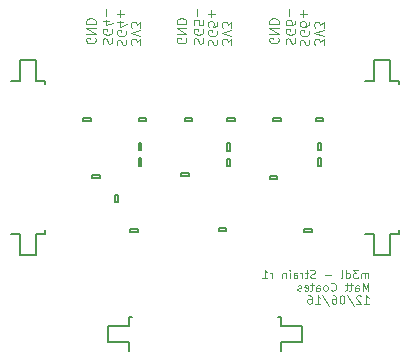
<source format=gbo>
G04 #@! TF.FileFunction,Legend,Bot*
%FSLAX46Y46*%
G04 Gerber Fmt 4.6, Leading zero omitted, Abs format (unit mm)*
G04 Created by KiCad (PCBNEW 4.0.2+e4-6225~38~ubuntu14.04.1-stable) date Tue 14 Jun 2016 22:49:22 BST*
%MOMM*%
G01*
G04 APERTURE LIST*
%ADD10C,0.100000*%
%ADD11C,0.120000*%
%ADD12C,0.150000*%
%ADD13R,0.800000X0.800000*%
%ADD14O,0.800000X0.800000*%
%ADD15R,2.220000X0.740000*%
%ADD16C,1.200000*%
%ADD17R,0.740000X2.220000*%
%ADD18R,0.900000X0.750000*%
%ADD19R,0.750000X0.900000*%
%ADD20R,0.950000X1.000000*%
%ADD21R,0.620000X0.620000*%
G04 APERTURE END LIST*
D10*
X113833333Y-110236667D02*
X113833333Y-109770000D01*
X113833333Y-109836667D02*
X113800000Y-109803333D01*
X113733333Y-109770000D01*
X113633333Y-109770000D01*
X113566667Y-109803333D01*
X113533333Y-109870000D01*
X113533333Y-110236667D01*
X113533333Y-109870000D02*
X113500000Y-109803333D01*
X113433333Y-109770000D01*
X113333333Y-109770000D01*
X113266667Y-109803333D01*
X113233333Y-109870000D01*
X113233333Y-110236667D01*
X112966667Y-109536667D02*
X112533334Y-109536667D01*
X112766667Y-109803333D01*
X112666667Y-109803333D01*
X112600000Y-109836667D01*
X112566667Y-109870000D01*
X112533334Y-109936667D01*
X112533334Y-110103333D01*
X112566667Y-110170000D01*
X112600000Y-110203333D01*
X112666667Y-110236667D01*
X112866667Y-110236667D01*
X112933334Y-110203333D01*
X112966667Y-110170000D01*
X111933333Y-110236667D02*
X111933333Y-109536667D01*
X111933333Y-110203333D02*
X112000000Y-110236667D01*
X112133333Y-110236667D01*
X112200000Y-110203333D01*
X112233333Y-110170000D01*
X112266667Y-110103333D01*
X112266667Y-109903333D01*
X112233333Y-109836667D01*
X112200000Y-109803333D01*
X112133333Y-109770000D01*
X112000000Y-109770000D01*
X111933333Y-109803333D01*
X111500000Y-110236667D02*
X111566667Y-110203333D01*
X111600000Y-110136667D01*
X111600000Y-109536667D01*
X110700000Y-109970000D02*
X110166667Y-109970000D01*
X109333334Y-110203333D02*
X109233334Y-110236667D01*
X109066667Y-110236667D01*
X109000000Y-110203333D01*
X108966667Y-110170000D01*
X108933334Y-110103333D01*
X108933334Y-110036667D01*
X108966667Y-109970000D01*
X109000000Y-109936667D01*
X109066667Y-109903333D01*
X109200000Y-109870000D01*
X109266667Y-109836667D01*
X109300000Y-109803333D01*
X109333334Y-109736667D01*
X109333334Y-109670000D01*
X109300000Y-109603333D01*
X109266667Y-109570000D01*
X109200000Y-109536667D01*
X109033334Y-109536667D01*
X108933334Y-109570000D01*
X108733333Y-109770000D02*
X108466667Y-109770000D01*
X108633333Y-109536667D02*
X108633333Y-110136667D01*
X108600000Y-110203333D01*
X108533333Y-110236667D01*
X108466667Y-110236667D01*
X108233333Y-110236667D02*
X108233333Y-109770000D01*
X108233333Y-109903333D02*
X108200000Y-109836667D01*
X108166667Y-109803333D01*
X108100000Y-109770000D01*
X108033333Y-109770000D01*
X107500000Y-110236667D02*
X107500000Y-109870000D01*
X107533334Y-109803333D01*
X107600000Y-109770000D01*
X107733334Y-109770000D01*
X107800000Y-109803333D01*
X107500000Y-110203333D02*
X107566667Y-110236667D01*
X107733334Y-110236667D01*
X107800000Y-110203333D01*
X107833334Y-110136667D01*
X107833334Y-110070000D01*
X107800000Y-110003333D01*
X107733334Y-109970000D01*
X107566667Y-109970000D01*
X107500000Y-109936667D01*
X107166667Y-110236667D02*
X107166667Y-109770000D01*
X107166667Y-109536667D02*
X107200001Y-109570000D01*
X107166667Y-109603333D01*
X107133334Y-109570000D01*
X107166667Y-109536667D01*
X107166667Y-109603333D01*
X106833334Y-109770000D02*
X106833334Y-110236667D01*
X106833334Y-109836667D02*
X106800001Y-109803333D01*
X106733334Y-109770000D01*
X106633334Y-109770000D01*
X106566668Y-109803333D01*
X106533334Y-109870000D01*
X106533334Y-110236667D01*
X105666668Y-110236667D02*
X105666668Y-109770000D01*
X105666668Y-109903333D02*
X105633335Y-109836667D01*
X105600002Y-109803333D01*
X105533335Y-109770000D01*
X105466668Y-109770000D01*
X104866669Y-110236667D02*
X105266669Y-110236667D01*
X105066669Y-110236667D02*
X105066669Y-109536667D01*
X105133335Y-109636667D01*
X105200002Y-109703333D01*
X105266669Y-109736667D01*
X113833333Y-111316667D02*
X113833333Y-110616667D01*
X113600000Y-111116667D01*
X113366667Y-110616667D01*
X113366667Y-111316667D01*
X112733333Y-111316667D02*
X112733333Y-110950000D01*
X112766667Y-110883333D01*
X112833333Y-110850000D01*
X112966667Y-110850000D01*
X113033333Y-110883333D01*
X112733333Y-111283333D02*
X112800000Y-111316667D01*
X112966667Y-111316667D01*
X113033333Y-111283333D01*
X113066667Y-111216667D01*
X113066667Y-111150000D01*
X113033333Y-111083333D01*
X112966667Y-111050000D01*
X112800000Y-111050000D01*
X112733333Y-111016667D01*
X112500000Y-110850000D02*
X112233334Y-110850000D01*
X112400000Y-110616667D02*
X112400000Y-111216667D01*
X112366667Y-111283333D01*
X112300000Y-111316667D01*
X112233334Y-111316667D01*
X112100000Y-110850000D02*
X111833334Y-110850000D01*
X112000000Y-110616667D02*
X112000000Y-111216667D01*
X111966667Y-111283333D01*
X111900000Y-111316667D01*
X111833334Y-111316667D01*
X110666667Y-111250000D02*
X110700001Y-111283333D01*
X110800001Y-111316667D01*
X110866667Y-111316667D01*
X110966667Y-111283333D01*
X111033334Y-111216667D01*
X111066667Y-111150000D01*
X111100001Y-111016667D01*
X111100001Y-110916667D01*
X111066667Y-110783333D01*
X111033334Y-110716667D01*
X110966667Y-110650000D01*
X110866667Y-110616667D01*
X110800001Y-110616667D01*
X110700001Y-110650000D01*
X110666667Y-110683333D01*
X110266667Y-111316667D02*
X110333334Y-111283333D01*
X110366667Y-111250000D01*
X110400001Y-111183333D01*
X110400001Y-110983333D01*
X110366667Y-110916667D01*
X110333334Y-110883333D01*
X110266667Y-110850000D01*
X110166667Y-110850000D01*
X110100001Y-110883333D01*
X110066667Y-110916667D01*
X110033334Y-110983333D01*
X110033334Y-111183333D01*
X110066667Y-111250000D01*
X110100001Y-111283333D01*
X110166667Y-111316667D01*
X110266667Y-111316667D01*
X109433334Y-111316667D02*
X109433334Y-110950000D01*
X109466668Y-110883333D01*
X109533334Y-110850000D01*
X109666668Y-110850000D01*
X109733334Y-110883333D01*
X109433334Y-111283333D02*
X109500001Y-111316667D01*
X109666668Y-111316667D01*
X109733334Y-111283333D01*
X109766668Y-111216667D01*
X109766668Y-111150000D01*
X109733334Y-111083333D01*
X109666668Y-111050000D01*
X109500001Y-111050000D01*
X109433334Y-111016667D01*
X109200001Y-110850000D02*
X108933335Y-110850000D01*
X109100001Y-110616667D02*
X109100001Y-111216667D01*
X109066668Y-111283333D01*
X109000001Y-111316667D01*
X108933335Y-111316667D01*
X108433335Y-111283333D02*
X108500001Y-111316667D01*
X108633335Y-111316667D01*
X108700001Y-111283333D01*
X108733335Y-111216667D01*
X108733335Y-110950000D01*
X108700001Y-110883333D01*
X108633335Y-110850000D01*
X108500001Y-110850000D01*
X108433335Y-110883333D01*
X108400001Y-110950000D01*
X108400001Y-111016667D01*
X108733335Y-111083333D01*
X108133335Y-111283333D02*
X108066668Y-111316667D01*
X107933335Y-111316667D01*
X107866668Y-111283333D01*
X107833335Y-111216667D01*
X107833335Y-111183333D01*
X107866668Y-111116667D01*
X107933335Y-111083333D01*
X108033335Y-111083333D01*
X108100001Y-111050000D01*
X108133335Y-110983333D01*
X108133335Y-110950000D01*
X108100001Y-110883333D01*
X108033335Y-110850000D01*
X107933335Y-110850000D01*
X107866668Y-110883333D01*
X113466667Y-112396667D02*
X113866667Y-112396667D01*
X113666667Y-112396667D02*
X113666667Y-111696667D01*
X113733333Y-111796667D01*
X113800000Y-111863333D01*
X113866667Y-111896667D01*
X113200000Y-111763333D02*
X113166666Y-111730000D01*
X113100000Y-111696667D01*
X112933333Y-111696667D01*
X112866666Y-111730000D01*
X112833333Y-111763333D01*
X112800000Y-111830000D01*
X112800000Y-111896667D01*
X112833333Y-111996667D01*
X113233333Y-112396667D01*
X112800000Y-112396667D01*
X111999999Y-111663333D02*
X112599999Y-112563333D01*
X111633333Y-111696667D02*
X111566666Y-111696667D01*
X111500000Y-111730000D01*
X111466666Y-111763333D01*
X111433333Y-111830000D01*
X111400000Y-111963333D01*
X111400000Y-112130000D01*
X111433333Y-112263333D01*
X111466666Y-112330000D01*
X111500000Y-112363333D01*
X111566666Y-112396667D01*
X111633333Y-112396667D01*
X111700000Y-112363333D01*
X111733333Y-112330000D01*
X111766666Y-112263333D01*
X111800000Y-112130000D01*
X111800000Y-111963333D01*
X111766666Y-111830000D01*
X111733333Y-111763333D01*
X111700000Y-111730000D01*
X111633333Y-111696667D01*
X110799999Y-111696667D02*
X110933333Y-111696667D01*
X110999999Y-111730000D01*
X111033333Y-111763333D01*
X111099999Y-111863333D01*
X111133333Y-111996667D01*
X111133333Y-112263333D01*
X111099999Y-112330000D01*
X111066666Y-112363333D01*
X110999999Y-112396667D01*
X110866666Y-112396667D01*
X110799999Y-112363333D01*
X110766666Y-112330000D01*
X110733333Y-112263333D01*
X110733333Y-112096667D01*
X110766666Y-112030000D01*
X110799999Y-111996667D01*
X110866666Y-111963333D01*
X110999999Y-111963333D01*
X111066666Y-111996667D01*
X111099999Y-112030000D01*
X111133333Y-112096667D01*
X109933332Y-111663333D02*
X110533332Y-112563333D01*
X109333333Y-112396667D02*
X109733333Y-112396667D01*
X109533333Y-112396667D02*
X109533333Y-111696667D01*
X109599999Y-111796667D01*
X109666666Y-111863333D01*
X109733333Y-111896667D01*
X108733332Y-111696667D02*
X108866666Y-111696667D01*
X108933332Y-111730000D01*
X108966666Y-111763333D01*
X109033332Y-111863333D01*
X109066666Y-111996667D01*
X109066666Y-112263333D01*
X109033332Y-112330000D01*
X108999999Y-112363333D01*
X108933332Y-112396667D01*
X108799999Y-112396667D01*
X108733332Y-112363333D01*
X108699999Y-112330000D01*
X108666666Y-112263333D01*
X108666666Y-112096667D01*
X108699999Y-112030000D01*
X108733332Y-111996667D01*
X108799999Y-111963333D01*
X108933332Y-111963333D01*
X108999999Y-111996667D01*
X109033332Y-112030000D01*
X109066666Y-112096667D01*
D11*
X110038095Y-90490476D02*
X110038095Y-89995238D01*
X109733333Y-90261905D01*
X109733333Y-90147619D01*
X109695238Y-90071429D01*
X109657143Y-90033333D01*
X109580952Y-89995238D01*
X109390476Y-89995238D01*
X109314286Y-90033333D01*
X109276190Y-90071429D01*
X109238095Y-90147619D01*
X109238095Y-90376191D01*
X109276190Y-90452381D01*
X109314286Y-90490476D01*
X110038095Y-89766667D02*
X109238095Y-89500000D01*
X110038095Y-89233333D01*
X110038095Y-89042857D02*
X110038095Y-88547619D01*
X109733333Y-88814286D01*
X109733333Y-88700000D01*
X109695238Y-88623810D01*
X109657143Y-88585714D01*
X109580952Y-88547619D01*
X109390476Y-88547619D01*
X109314286Y-88585714D01*
X109276190Y-88623810D01*
X109238095Y-88700000D01*
X109238095Y-88928572D01*
X109276190Y-89004762D01*
X109314286Y-89042857D01*
X108076190Y-90504762D02*
X108038095Y-90390476D01*
X108038095Y-90200000D01*
X108076190Y-90123810D01*
X108114286Y-90085714D01*
X108190476Y-90047619D01*
X108266667Y-90047619D01*
X108342857Y-90085714D01*
X108380952Y-90123810D01*
X108419048Y-90200000D01*
X108457143Y-90352381D01*
X108495238Y-90428572D01*
X108533333Y-90466667D01*
X108609524Y-90504762D01*
X108685714Y-90504762D01*
X108761905Y-90466667D01*
X108800000Y-90428572D01*
X108838095Y-90352381D01*
X108838095Y-90161905D01*
X108800000Y-90047619D01*
X108800000Y-89285714D02*
X108838095Y-89361905D01*
X108838095Y-89476190D01*
X108800000Y-89590476D01*
X108723810Y-89666667D01*
X108647619Y-89704762D01*
X108495238Y-89742857D01*
X108380952Y-89742857D01*
X108228571Y-89704762D01*
X108152381Y-89666667D01*
X108076190Y-89590476D01*
X108038095Y-89476190D01*
X108038095Y-89400000D01*
X108076190Y-89285714D01*
X108114286Y-89247619D01*
X108380952Y-89247619D01*
X108380952Y-89400000D01*
X108838095Y-88561905D02*
X108838095Y-88714286D01*
X108800000Y-88790476D01*
X108761905Y-88828571D01*
X108647619Y-88904762D01*
X108495238Y-88942857D01*
X108190476Y-88942857D01*
X108114286Y-88904762D01*
X108076190Y-88866667D01*
X108038095Y-88790476D01*
X108038095Y-88638095D01*
X108076190Y-88561905D01*
X108114286Y-88523809D01*
X108190476Y-88485714D01*
X108380952Y-88485714D01*
X108457143Y-88523809D01*
X108495238Y-88561905D01*
X108533333Y-88638095D01*
X108533333Y-88790476D01*
X108495238Y-88866667D01*
X108457143Y-88904762D01*
X108380952Y-88942857D01*
X108342857Y-88142857D02*
X108342857Y-87533333D01*
X108038095Y-87838095D02*
X108647619Y-87838095D01*
X106876190Y-90404762D02*
X106838095Y-90290476D01*
X106838095Y-90100000D01*
X106876190Y-90023810D01*
X106914286Y-89985714D01*
X106990476Y-89947619D01*
X107066667Y-89947619D01*
X107142857Y-89985714D01*
X107180952Y-90023810D01*
X107219048Y-90100000D01*
X107257143Y-90252381D01*
X107295238Y-90328572D01*
X107333333Y-90366667D01*
X107409524Y-90404762D01*
X107485714Y-90404762D01*
X107561905Y-90366667D01*
X107600000Y-90328572D01*
X107638095Y-90252381D01*
X107638095Y-90061905D01*
X107600000Y-89947619D01*
X107600000Y-89185714D02*
X107638095Y-89261905D01*
X107638095Y-89376190D01*
X107600000Y-89490476D01*
X107523810Y-89566667D01*
X107447619Y-89604762D01*
X107295238Y-89642857D01*
X107180952Y-89642857D01*
X107028571Y-89604762D01*
X106952381Y-89566667D01*
X106876190Y-89490476D01*
X106838095Y-89376190D01*
X106838095Y-89300000D01*
X106876190Y-89185714D01*
X106914286Y-89147619D01*
X107180952Y-89147619D01*
X107180952Y-89300000D01*
X107638095Y-88461905D02*
X107638095Y-88614286D01*
X107600000Y-88690476D01*
X107561905Y-88728571D01*
X107447619Y-88804762D01*
X107295238Y-88842857D01*
X106990476Y-88842857D01*
X106914286Y-88804762D01*
X106876190Y-88766667D01*
X106838095Y-88690476D01*
X106838095Y-88538095D01*
X106876190Y-88461905D01*
X106914286Y-88423809D01*
X106990476Y-88385714D01*
X107180952Y-88385714D01*
X107257143Y-88423809D01*
X107295238Y-88461905D01*
X107333333Y-88538095D01*
X107333333Y-88690476D01*
X107295238Y-88766667D01*
X107257143Y-88804762D01*
X107180952Y-88842857D01*
X107142857Y-88042857D02*
X107142857Y-87433333D01*
X106200000Y-89909523D02*
X106238095Y-89985714D01*
X106238095Y-90099999D01*
X106200000Y-90214285D01*
X106123810Y-90290476D01*
X106047619Y-90328571D01*
X105895238Y-90366666D01*
X105780952Y-90366666D01*
X105628571Y-90328571D01*
X105552381Y-90290476D01*
X105476190Y-90214285D01*
X105438095Y-90099999D01*
X105438095Y-90023809D01*
X105476190Y-89909523D01*
X105514286Y-89871428D01*
X105780952Y-89871428D01*
X105780952Y-90023809D01*
X105438095Y-89528571D02*
X106238095Y-89528571D01*
X105438095Y-89071428D01*
X106238095Y-89071428D01*
X105438095Y-88690476D02*
X106238095Y-88690476D01*
X106238095Y-88500000D01*
X106200000Y-88385714D01*
X106123810Y-88309523D01*
X106047619Y-88271428D01*
X105895238Y-88233333D01*
X105780952Y-88233333D01*
X105628571Y-88271428D01*
X105552381Y-88309523D01*
X105476190Y-88385714D01*
X105438095Y-88500000D01*
X105438095Y-88690476D01*
X98400000Y-89909523D02*
X98438095Y-89985714D01*
X98438095Y-90099999D01*
X98400000Y-90214285D01*
X98323810Y-90290476D01*
X98247619Y-90328571D01*
X98095238Y-90366666D01*
X97980952Y-90366666D01*
X97828571Y-90328571D01*
X97752381Y-90290476D01*
X97676190Y-90214285D01*
X97638095Y-90099999D01*
X97638095Y-90023809D01*
X97676190Y-89909523D01*
X97714286Y-89871428D01*
X97980952Y-89871428D01*
X97980952Y-90023809D01*
X97638095Y-89528571D02*
X98438095Y-89528571D01*
X97638095Y-89071428D01*
X98438095Y-89071428D01*
X97638095Y-88690476D02*
X98438095Y-88690476D01*
X98438095Y-88500000D01*
X98400000Y-88385714D01*
X98323810Y-88309523D01*
X98247619Y-88271428D01*
X98095238Y-88233333D01*
X97980952Y-88233333D01*
X97828571Y-88271428D01*
X97752381Y-88309523D01*
X97676190Y-88385714D01*
X97638095Y-88500000D01*
X97638095Y-88690476D01*
X102238095Y-90490476D02*
X102238095Y-89995238D01*
X101933333Y-90261905D01*
X101933333Y-90147619D01*
X101895238Y-90071429D01*
X101857143Y-90033333D01*
X101780952Y-89995238D01*
X101590476Y-89995238D01*
X101514286Y-90033333D01*
X101476190Y-90071429D01*
X101438095Y-90147619D01*
X101438095Y-90376191D01*
X101476190Y-90452381D01*
X101514286Y-90490476D01*
X102238095Y-89766667D02*
X101438095Y-89500000D01*
X102238095Y-89233333D01*
X102238095Y-89042857D02*
X102238095Y-88547619D01*
X101933333Y-88814286D01*
X101933333Y-88700000D01*
X101895238Y-88623810D01*
X101857143Y-88585714D01*
X101780952Y-88547619D01*
X101590476Y-88547619D01*
X101514286Y-88585714D01*
X101476190Y-88623810D01*
X101438095Y-88700000D01*
X101438095Y-88928572D01*
X101476190Y-89004762D01*
X101514286Y-89042857D01*
X99076190Y-90404762D02*
X99038095Y-90290476D01*
X99038095Y-90100000D01*
X99076190Y-90023810D01*
X99114286Y-89985714D01*
X99190476Y-89947619D01*
X99266667Y-89947619D01*
X99342857Y-89985714D01*
X99380952Y-90023810D01*
X99419048Y-90100000D01*
X99457143Y-90252381D01*
X99495238Y-90328572D01*
X99533333Y-90366667D01*
X99609524Y-90404762D01*
X99685714Y-90404762D01*
X99761905Y-90366667D01*
X99800000Y-90328572D01*
X99838095Y-90252381D01*
X99838095Y-90061905D01*
X99800000Y-89947619D01*
X99800000Y-89185714D02*
X99838095Y-89261905D01*
X99838095Y-89376190D01*
X99800000Y-89490476D01*
X99723810Y-89566667D01*
X99647619Y-89604762D01*
X99495238Y-89642857D01*
X99380952Y-89642857D01*
X99228571Y-89604762D01*
X99152381Y-89566667D01*
X99076190Y-89490476D01*
X99038095Y-89376190D01*
X99038095Y-89300000D01*
X99076190Y-89185714D01*
X99114286Y-89147619D01*
X99380952Y-89147619D01*
X99380952Y-89300000D01*
X99838095Y-88423809D02*
X99838095Y-88804762D01*
X99457143Y-88842857D01*
X99495238Y-88804762D01*
X99533333Y-88728571D01*
X99533333Y-88538095D01*
X99495238Y-88461905D01*
X99457143Y-88423809D01*
X99380952Y-88385714D01*
X99190476Y-88385714D01*
X99114286Y-88423809D01*
X99076190Y-88461905D01*
X99038095Y-88538095D01*
X99038095Y-88728571D01*
X99076190Y-88804762D01*
X99114286Y-88842857D01*
X99342857Y-88042857D02*
X99342857Y-87433333D01*
X100276190Y-90504762D02*
X100238095Y-90390476D01*
X100238095Y-90200000D01*
X100276190Y-90123810D01*
X100314286Y-90085714D01*
X100390476Y-90047619D01*
X100466667Y-90047619D01*
X100542857Y-90085714D01*
X100580952Y-90123810D01*
X100619048Y-90200000D01*
X100657143Y-90352381D01*
X100695238Y-90428572D01*
X100733333Y-90466667D01*
X100809524Y-90504762D01*
X100885714Y-90504762D01*
X100961905Y-90466667D01*
X101000000Y-90428572D01*
X101038095Y-90352381D01*
X101038095Y-90161905D01*
X101000000Y-90047619D01*
X101000000Y-89285714D02*
X101038095Y-89361905D01*
X101038095Y-89476190D01*
X101000000Y-89590476D01*
X100923810Y-89666667D01*
X100847619Y-89704762D01*
X100695238Y-89742857D01*
X100580952Y-89742857D01*
X100428571Y-89704762D01*
X100352381Y-89666667D01*
X100276190Y-89590476D01*
X100238095Y-89476190D01*
X100238095Y-89400000D01*
X100276190Y-89285714D01*
X100314286Y-89247619D01*
X100580952Y-89247619D01*
X100580952Y-89400000D01*
X101038095Y-88523809D02*
X101038095Y-88904762D01*
X100657143Y-88942857D01*
X100695238Y-88904762D01*
X100733333Y-88828571D01*
X100733333Y-88638095D01*
X100695238Y-88561905D01*
X100657143Y-88523809D01*
X100580952Y-88485714D01*
X100390476Y-88485714D01*
X100314286Y-88523809D01*
X100276190Y-88561905D01*
X100238095Y-88638095D01*
X100238095Y-88828571D01*
X100276190Y-88904762D01*
X100314286Y-88942857D01*
X100542857Y-88142857D02*
X100542857Y-87533333D01*
X100238095Y-87838095D02*
X100847619Y-87838095D01*
X90700000Y-89909523D02*
X90738095Y-89985714D01*
X90738095Y-90099999D01*
X90700000Y-90214285D01*
X90623810Y-90290476D01*
X90547619Y-90328571D01*
X90395238Y-90366666D01*
X90280952Y-90366666D01*
X90128571Y-90328571D01*
X90052381Y-90290476D01*
X89976190Y-90214285D01*
X89938095Y-90099999D01*
X89938095Y-90023809D01*
X89976190Y-89909523D01*
X90014286Y-89871428D01*
X90280952Y-89871428D01*
X90280952Y-90023809D01*
X89938095Y-89528571D02*
X90738095Y-89528571D01*
X89938095Y-89071428D01*
X90738095Y-89071428D01*
X89938095Y-88690476D02*
X90738095Y-88690476D01*
X90738095Y-88500000D01*
X90700000Y-88385714D01*
X90623810Y-88309523D01*
X90547619Y-88271428D01*
X90395238Y-88233333D01*
X90280952Y-88233333D01*
X90128571Y-88271428D01*
X90052381Y-88309523D01*
X89976190Y-88385714D01*
X89938095Y-88500000D01*
X89938095Y-88690476D01*
X91376190Y-90404762D02*
X91338095Y-90290476D01*
X91338095Y-90100000D01*
X91376190Y-90023810D01*
X91414286Y-89985714D01*
X91490476Y-89947619D01*
X91566667Y-89947619D01*
X91642857Y-89985714D01*
X91680952Y-90023810D01*
X91719048Y-90100000D01*
X91757143Y-90252381D01*
X91795238Y-90328572D01*
X91833333Y-90366667D01*
X91909524Y-90404762D01*
X91985714Y-90404762D01*
X92061905Y-90366667D01*
X92100000Y-90328572D01*
X92138095Y-90252381D01*
X92138095Y-90061905D01*
X92100000Y-89947619D01*
X92100000Y-89185714D02*
X92138095Y-89261905D01*
X92138095Y-89376190D01*
X92100000Y-89490476D01*
X92023810Y-89566667D01*
X91947619Y-89604762D01*
X91795238Y-89642857D01*
X91680952Y-89642857D01*
X91528571Y-89604762D01*
X91452381Y-89566667D01*
X91376190Y-89490476D01*
X91338095Y-89376190D01*
X91338095Y-89300000D01*
X91376190Y-89185714D01*
X91414286Y-89147619D01*
X91680952Y-89147619D01*
X91680952Y-89300000D01*
X91871429Y-88461905D02*
X91338095Y-88461905D01*
X92176190Y-88652381D02*
X91604762Y-88842857D01*
X91604762Y-88347619D01*
X91642857Y-88042857D02*
X91642857Y-87433333D01*
X92576190Y-90504762D02*
X92538095Y-90390476D01*
X92538095Y-90200000D01*
X92576190Y-90123810D01*
X92614286Y-90085714D01*
X92690476Y-90047619D01*
X92766667Y-90047619D01*
X92842857Y-90085714D01*
X92880952Y-90123810D01*
X92919048Y-90200000D01*
X92957143Y-90352381D01*
X92995238Y-90428572D01*
X93033333Y-90466667D01*
X93109524Y-90504762D01*
X93185714Y-90504762D01*
X93261905Y-90466667D01*
X93300000Y-90428572D01*
X93338095Y-90352381D01*
X93338095Y-90161905D01*
X93300000Y-90047619D01*
X93300000Y-89285714D02*
X93338095Y-89361905D01*
X93338095Y-89476190D01*
X93300000Y-89590476D01*
X93223810Y-89666667D01*
X93147619Y-89704762D01*
X92995238Y-89742857D01*
X92880952Y-89742857D01*
X92728571Y-89704762D01*
X92652381Y-89666667D01*
X92576190Y-89590476D01*
X92538095Y-89476190D01*
X92538095Y-89400000D01*
X92576190Y-89285714D01*
X92614286Y-89247619D01*
X92880952Y-89247619D01*
X92880952Y-89400000D01*
X93071429Y-88561905D02*
X92538095Y-88561905D01*
X93376190Y-88752381D02*
X92804762Y-88942857D01*
X92804762Y-88447619D01*
X92842857Y-88142857D02*
X92842857Y-87533333D01*
X92538095Y-87838095D02*
X93147619Y-87838095D01*
X94538095Y-90490476D02*
X94538095Y-89995238D01*
X94233333Y-90261905D01*
X94233333Y-90147619D01*
X94195238Y-90071429D01*
X94157143Y-90033333D01*
X94080952Y-89995238D01*
X93890476Y-89995238D01*
X93814286Y-90033333D01*
X93776190Y-90071429D01*
X93738095Y-90147619D01*
X93738095Y-90376191D01*
X93776190Y-90452381D01*
X93814286Y-90490476D01*
X94538095Y-89766667D02*
X93738095Y-89500000D01*
X94538095Y-89233333D01*
X94538095Y-89042857D02*
X94538095Y-88547619D01*
X94233333Y-88814286D01*
X94233333Y-88700000D01*
X94195238Y-88623810D01*
X94157143Y-88585714D01*
X94080952Y-88547619D01*
X93890476Y-88547619D01*
X93814286Y-88585714D01*
X93776190Y-88623810D01*
X93738095Y-88700000D01*
X93738095Y-88928572D01*
X93776190Y-89004762D01*
X93814286Y-89042857D01*
D12*
X83550000Y-106465000D02*
X84315000Y-106465000D01*
X84315000Y-106465000D02*
X84315000Y-108245000D01*
X84315000Y-108245000D02*
X85685000Y-108245000D01*
X85685000Y-108245000D02*
X85685000Y-106465000D01*
X85685000Y-106465000D02*
X86450000Y-106465000D01*
X86450000Y-106465000D02*
X86450000Y-106165000D01*
X86450000Y-93835000D02*
X86450000Y-93535000D01*
X86450000Y-93535000D02*
X85685000Y-93535000D01*
X85685000Y-93535000D02*
X85685000Y-91755000D01*
X85685000Y-91755000D02*
X84315000Y-91755000D01*
X84315000Y-91755000D02*
X84315000Y-93535000D01*
X84315000Y-93535000D02*
X83550000Y-93535000D01*
X113550000Y-106465000D02*
X114315000Y-106465000D01*
X114315000Y-106465000D02*
X114315000Y-108245000D01*
X114315000Y-108245000D02*
X115685000Y-108245000D01*
X115685000Y-108245000D02*
X115685000Y-106465000D01*
X115685000Y-106465000D02*
X116450000Y-106465000D01*
X116450000Y-106465000D02*
X116450000Y-106165000D01*
X116450000Y-93835000D02*
X116450000Y-93535000D01*
X116450000Y-93535000D02*
X115685000Y-93535000D01*
X115685000Y-93535000D02*
X115685000Y-91755000D01*
X115685000Y-91755000D02*
X114315000Y-91755000D01*
X114315000Y-91755000D02*
X114315000Y-93535000D01*
X114315000Y-93535000D02*
X113550000Y-93535000D01*
X106465000Y-116450000D02*
X106465000Y-115685000D01*
X106465000Y-115685000D02*
X108245000Y-115685000D01*
X108245000Y-115685000D02*
X108245000Y-114315000D01*
X108245000Y-114315000D02*
X106465000Y-114315000D01*
X106465000Y-114315000D02*
X106465000Y-113550000D01*
X106465000Y-113550000D02*
X106165000Y-113550000D01*
X93835000Y-113550000D02*
X93535000Y-113550000D01*
X93535000Y-113550000D02*
X93535000Y-114315000D01*
X93535000Y-114315000D02*
X91755000Y-114315000D01*
X91755000Y-114315000D02*
X91755000Y-115685000D01*
X91755000Y-115685000D02*
X93535000Y-115685000D01*
X93535000Y-115685000D02*
X93535000Y-116450000D01*
X101875000Y-96675000D02*
X101875000Y-96925000D01*
X101875000Y-96925000D02*
X102525000Y-96925000D01*
X102525000Y-96925000D02*
X102525000Y-96675000D01*
X102525000Y-96675000D02*
X101875000Y-96675000D01*
X94375000Y-96675000D02*
X94375000Y-96925000D01*
X94375000Y-96925000D02*
X95025000Y-96925000D01*
X95025000Y-96925000D02*
X95025000Y-96675000D01*
X95025000Y-96675000D02*
X94375000Y-96675000D01*
X109375000Y-96675000D02*
X109375000Y-96925000D01*
X109375000Y-96925000D02*
X110025000Y-96925000D01*
X110025000Y-96925000D02*
X110025000Y-96675000D01*
X110025000Y-96675000D02*
X109375000Y-96675000D01*
X94375000Y-100725000D02*
X94625000Y-100725000D01*
X94625000Y-100725000D02*
X94625000Y-100075000D01*
X94625000Y-100075000D02*
X94375000Y-100075000D01*
X94375000Y-100075000D02*
X94375000Y-100725000D01*
X90325000Y-96925000D02*
X90325000Y-96675000D01*
X90325000Y-96675000D02*
X89675000Y-96675000D01*
X89675000Y-96675000D02*
X89675000Y-96925000D01*
X89675000Y-96925000D02*
X90325000Y-96925000D01*
X98925000Y-96925000D02*
X98925000Y-96675000D01*
X98925000Y-96675000D02*
X98275000Y-96675000D01*
X98275000Y-96675000D02*
X98275000Y-96925000D01*
X98275000Y-96925000D02*
X98925000Y-96925000D01*
X97975000Y-101375000D02*
X97975000Y-101625000D01*
X97975000Y-101625000D02*
X98625000Y-101625000D01*
X98625000Y-101625000D02*
X98625000Y-101375000D01*
X98625000Y-101375000D02*
X97975000Y-101375000D01*
X109575000Y-100725000D02*
X109825000Y-100725000D01*
X109825000Y-100725000D02*
X109825000Y-100075000D01*
X109825000Y-100075000D02*
X109575000Y-100075000D01*
X109575000Y-100075000D02*
X109575000Y-100725000D01*
X90475000Y-101475000D02*
X90475000Y-101725000D01*
X90475000Y-101725000D02*
X91125000Y-101725000D01*
X91125000Y-101725000D02*
X91125000Y-101475000D01*
X91125000Y-101475000D02*
X90475000Y-101475000D01*
X101175000Y-105975000D02*
X101175000Y-106225000D01*
X101175000Y-106225000D02*
X101825000Y-106225000D01*
X101825000Y-106225000D02*
X101825000Y-105975000D01*
X101825000Y-105975000D02*
X101175000Y-105975000D01*
X105475000Y-101575000D02*
X105475000Y-101825000D01*
X105475000Y-101825000D02*
X106125000Y-101825000D01*
X106125000Y-101825000D02*
X106125000Y-101575000D01*
X106125000Y-101575000D02*
X105475000Y-101575000D01*
X101875000Y-100775000D02*
X102125000Y-100775000D01*
X102125000Y-100775000D02*
X102125000Y-100125000D01*
X102125000Y-100125000D02*
X101875000Y-100125000D01*
X101875000Y-100125000D02*
X101875000Y-100775000D01*
X92375000Y-103825000D02*
X92625000Y-103825000D01*
X92625000Y-103825000D02*
X92625000Y-103175000D01*
X92625000Y-103175000D02*
X92375000Y-103175000D01*
X92375000Y-103175000D02*
X92375000Y-103825000D01*
X106425000Y-96925000D02*
X106425000Y-96675000D01*
X106425000Y-96675000D02*
X105775000Y-96675000D01*
X105775000Y-96675000D02*
X105775000Y-96925000D01*
X105775000Y-96925000D02*
X106425000Y-96925000D01*
X108375000Y-106075000D02*
X108375000Y-106325000D01*
X108375000Y-106325000D02*
X109025000Y-106325000D01*
X109025000Y-106325000D02*
X109025000Y-106075000D01*
X109025000Y-106075000D02*
X108375000Y-106075000D01*
X93675000Y-106075000D02*
X93675000Y-106325000D01*
X93675000Y-106325000D02*
X94325000Y-106325000D01*
X94325000Y-106325000D02*
X94325000Y-106075000D01*
X94325000Y-106075000D02*
X93675000Y-106075000D01*
X94625000Y-98775000D02*
X94375000Y-98775000D01*
X94375000Y-98775000D02*
X94375000Y-99425000D01*
X94375000Y-99425000D02*
X94625000Y-99425000D01*
X94625000Y-99425000D02*
X94625000Y-98775000D01*
X109824999Y-98775000D02*
X109574999Y-98775000D01*
X109574999Y-98775000D02*
X109574999Y-99425000D01*
X109574999Y-99425000D02*
X109824999Y-99425000D01*
X109824999Y-99425000D02*
X109824999Y-98775000D01*
X102125000Y-98825000D02*
X101875000Y-98825000D01*
X101875000Y-98825000D02*
X101875000Y-99475000D01*
X101875000Y-99475000D02*
X102125000Y-99475000D01*
X102125000Y-99475000D02*
X102125000Y-98825000D01*
%LPC*%
D13*
X109625000Y-91500000D03*
D14*
X108375000Y-91500000D03*
X107125000Y-91500000D03*
X105875000Y-91500000D03*
D13*
X101875000Y-91500000D03*
D14*
X100625000Y-91500000D03*
X99375000Y-91500000D03*
X98125000Y-91500000D03*
D13*
X94125000Y-91500000D03*
D14*
X92875000Y-91500000D03*
X91625000Y-91500000D03*
X90375000Y-91500000D03*
D15*
X83635000Y-94285000D03*
X86365000Y-94285000D03*
X83635000Y-95555000D03*
X86365000Y-95555000D03*
X83635000Y-96825000D03*
X86365000Y-96825000D03*
X83635000Y-98095000D03*
X86365000Y-98095000D03*
X83635000Y-99365000D03*
X86365000Y-99365000D03*
X83635000Y-100635000D03*
X86365000Y-100635000D03*
X83635000Y-101905000D03*
X86365000Y-101905000D03*
X83635000Y-103175000D03*
X86365000Y-103175000D03*
X83635000Y-104445000D03*
X86365000Y-104445000D03*
X83635000Y-105715000D03*
X86365000Y-105715000D03*
D16*
X85000000Y-107305000D03*
X85000000Y-92695000D03*
D15*
X113635000Y-94285000D03*
X116365000Y-94285000D03*
X113635000Y-95555000D03*
X116365000Y-95555000D03*
X113635000Y-96825000D03*
X116365000Y-96825000D03*
X113635000Y-98095000D03*
X116365000Y-98095000D03*
X113635000Y-99365000D03*
X116365000Y-99365000D03*
X113635000Y-100635000D03*
X116365000Y-100635000D03*
X113635000Y-101905000D03*
X116365000Y-101905000D03*
X113635000Y-103175000D03*
X116365000Y-103175000D03*
X113635000Y-104445000D03*
X116365000Y-104445000D03*
X113635000Y-105715000D03*
X116365000Y-105715000D03*
D16*
X115000000Y-107305000D03*
X115000000Y-92695000D03*
D17*
X94285000Y-116365000D03*
X94285000Y-113635000D03*
X95555000Y-116365000D03*
X95555000Y-113635000D03*
X96825000Y-116365000D03*
X96825000Y-113635000D03*
X98095000Y-116365000D03*
X98095000Y-113635000D03*
X99365000Y-116365000D03*
X99365000Y-113635000D03*
X100635000Y-116365000D03*
X100635000Y-113635000D03*
X101905000Y-116365000D03*
X101905000Y-113635000D03*
X103175000Y-116365000D03*
X103175000Y-113635000D03*
X104445000Y-116365000D03*
X104445000Y-113635000D03*
X105715000Y-116365000D03*
X105715000Y-113635000D03*
D16*
X107305000Y-115000000D03*
X92695000Y-115000000D03*
D18*
X102200000Y-96100000D03*
X102200000Y-97500000D03*
X94700000Y-96100000D03*
X94700000Y-97500000D03*
X109700000Y-96100000D03*
X109700000Y-97500000D03*
D19*
X93800000Y-100400000D03*
X95200000Y-100400000D03*
D18*
X90000000Y-97500000D03*
X90000000Y-96100000D03*
X98600000Y-97500000D03*
X98600000Y-96100000D03*
X98300000Y-100800000D03*
X98300000Y-102200000D03*
D19*
X109000000Y-100400000D03*
X110400000Y-100400000D03*
D18*
X90800000Y-100900000D03*
X90800000Y-102300000D03*
X101500000Y-105400000D03*
X101500000Y-106800000D03*
X105800000Y-101000000D03*
X105800000Y-102400000D03*
D19*
X101300000Y-100450000D03*
X102700000Y-100450000D03*
X91800000Y-103500000D03*
X93200000Y-103500000D03*
D18*
X106100000Y-97500000D03*
X106100000Y-96100000D03*
X108700000Y-105500000D03*
X108700000Y-106900000D03*
X94000000Y-105500000D03*
X94000000Y-106900000D03*
D20*
X95300000Y-99100000D03*
X93700000Y-99100000D03*
X110499999Y-99100000D03*
X108899999Y-99100000D03*
X102800000Y-99150000D03*
X101200000Y-99150000D03*
D21*
X91600000Y-93400000D03*
X91600000Y-92500000D03*
X92900000Y-93400000D03*
X92900000Y-92500000D03*
X101900000Y-93400000D03*
X101900000Y-92500000D03*
X99350000Y-93400000D03*
X99350000Y-92500000D03*
X100650000Y-93400000D03*
X100650000Y-92500000D03*
X95050000Y-93400000D03*
X95050000Y-92500000D03*
X107100000Y-93450000D03*
X107100000Y-92550000D03*
X108400000Y-93450000D03*
X108400000Y-92550000D03*
X109650000Y-93450000D03*
X109650000Y-92550000D03*
M02*

</source>
